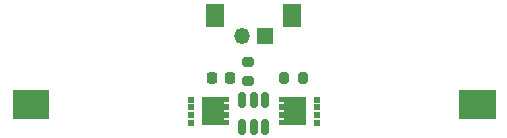
<source format=gbr>
%TF.GenerationSoftware,KiCad,Pcbnew,7.0.8*%
%TF.CreationDate,2023-11-05T18:16:56+01:00*%
%TF.ProjectId,battery-protection,62617474-6572-4792-9d70-726f74656374,2*%
%TF.SameCoordinates,Original*%
%TF.FileFunction,Soldermask,Top*%
%TF.FilePolarity,Negative*%
%FSLAX46Y46*%
G04 Gerber Fmt 4.6, Leading zero omitted, Abs format (unit mm)*
G04 Created by KiCad (PCBNEW 7.0.8) date 2023-11-05 18:16:56*
%MOMM*%
%LPD*%
G01*
G04 APERTURE LIST*
G04 Aperture macros list*
%AMRoundRect*
0 Rectangle with rounded corners*
0 $1 Rounding radius*
0 $2 $3 $4 $5 $6 $7 $8 $9 X,Y pos of 4 corners*
0 Add a 4 corners polygon primitive as box body*
4,1,4,$2,$3,$4,$5,$6,$7,$8,$9,$2,$3,0*
0 Add four circle primitives for the rounded corners*
1,1,$1+$1,$2,$3*
1,1,$1+$1,$4,$5*
1,1,$1+$1,$6,$7*
1,1,$1+$1,$8,$9*
0 Add four rect primitives between the rounded corners*
20,1,$1+$1,$2,$3,$4,$5,0*
20,1,$1+$1,$4,$5,$6,$7,0*
20,1,$1+$1,$6,$7,$8,$9,0*
20,1,$1+$1,$8,$9,$2,$3,0*%
%AMFreePoly0*
4,1,17,1.371000,0.720000,0.950000,0.720000,0.950000,0.580000,1.370000,0.580000,1.370000,0.080000,0.950000,0.080000,0.950000,-0.080000,1.370000,-0.080000,1.370000,-0.580000,0.950000,-0.580000,0.950000,-0.720000,1.370000,-0.720000,1.370000,-1.225000,-0.950000,-1.225000,-0.950000,1.225000,1.371000,1.225000,1.371000,0.720000,1.371000,0.720000,$1*%
G04 Aperture macros list end*
%ADD10C,0.100000*%
%ADD11RoundRect,0.200000X-0.275000X0.200000X-0.275000X-0.200000X0.275000X-0.200000X0.275000X0.200000X0*%
%ADD12RoundRect,0.200000X-0.200000X-0.275000X0.200000X-0.275000X0.200000X0.275000X-0.200000X0.275000X0*%
%ADD13R,0.630000X0.500000*%
%ADD14FreePoly0,180.000000*%
%ADD15R,1.350000X1.350000*%
%ADD16O,1.350000X1.350000*%
%ADD17RoundRect,0.150000X0.150000X-0.512500X0.150000X0.512500X-0.150000X0.512500X-0.150000X-0.512500X0*%
%ADD18RoundRect,0.225000X0.225000X0.250000X-0.225000X0.250000X-0.225000X-0.250000X0.225000X-0.250000X0*%
%ADD19FreePoly0,0.000000*%
G04 APERTURE END LIST*
D10*
X125600000Y-95800000D02*
X128600000Y-95800000D01*
X128600000Y-98200000D01*
X125600000Y-98200000D01*
X125600000Y-95800000D01*
G36*
X125600000Y-95800000D02*
G01*
X128600000Y-95800000D01*
X128600000Y-98200000D01*
X125600000Y-98200000D01*
X125600000Y-95800000D01*
G37*
X163400000Y-95800000D02*
X166400000Y-95800000D01*
X166400000Y-98200000D01*
X163400000Y-98200000D01*
X163400000Y-95800000D01*
G36*
X163400000Y-95800000D02*
G01*
X166400000Y-95800000D01*
X166400000Y-98200000D01*
X163400000Y-98200000D01*
X163400000Y-95800000D01*
G37*
G36*
X142000000Y-88500000D02*
G01*
X143500000Y-88500000D01*
X143500000Y-90500000D01*
X142000000Y-90500000D01*
X142000000Y-88500000D01*
G37*
G36*
X148500000Y-88500000D02*
G01*
X150000000Y-88500000D01*
X150000000Y-90500000D01*
X148500000Y-90500000D01*
X148500000Y-88500000D01*
G37*
D11*
%TO.C,R2*%
X145500000Y-93425000D03*
X145500000Y-95075000D03*
%TD*%
D12*
%TO.C,R1*%
X148550000Y-94800000D03*
X150200000Y-94800000D03*
%TD*%
D13*
%TO.C,Q2*%
X151350000Y-98580000D03*
X151350000Y-97940000D03*
X151350000Y-97280000D03*
X151350000Y-96640000D03*
D14*
X149525000Y-97610000D03*
%TD*%
D15*
%TO.C,J2*%
X147000000Y-91250000D03*
D16*
X145000000Y-91250000D03*
%TD*%
D17*
%TO.C,U1*%
X145050000Y-96662500D03*
X146000000Y-96662500D03*
X146950000Y-96662500D03*
X146950000Y-98937500D03*
X146000000Y-98937500D03*
X145050000Y-98937500D03*
%TD*%
D18*
%TO.C,C1*%
X144025000Y-94800000D03*
X142475000Y-94800000D03*
%TD*%
D19*
%TO.C,Q1*%
X142525000Y-97610000D03*
D13*
X140700000Y-98580000D03*
X140700000Y-97940000D03*
X140700000Y-97280000D03*
X140700000Y-96640000D03*
%TD*%
M02*

</source>
